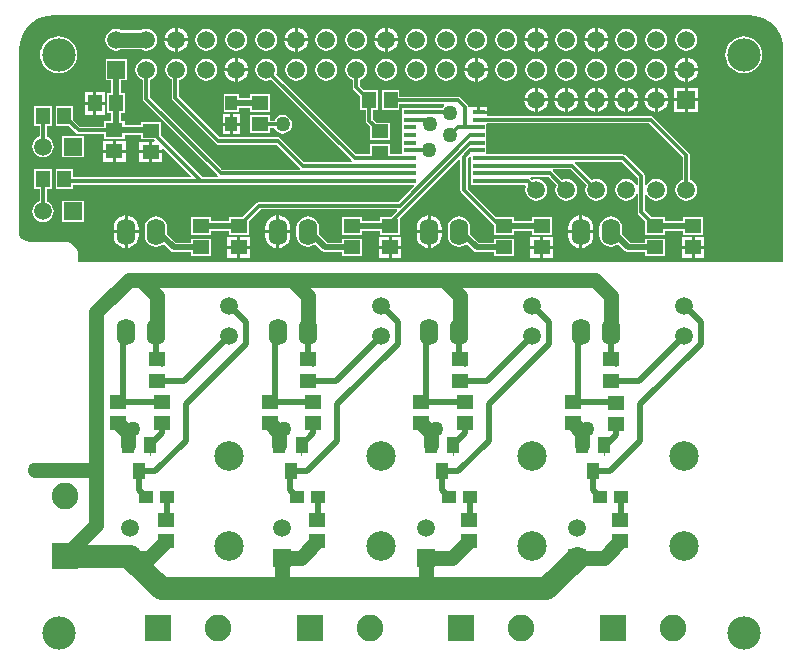
<source format=gtl>
G04 Layer_Physical_Order=1*
G04 Layer_Color=255*
%FSLAX25Y25*%
%MOIN*%
G70*
G01*
G75*
%ADD10R,0.05512X0.04724*%
%ADD11R,0.03900X0.01200*%
%ADD12O,0.06299X0.08858*%
%ADD13R,0.04724X0.05512*%
%ADD14R,0.03937X0.05512*%
%ADD15R,0.03937X0.04724*%
%ADD16R,0.04724X0.03937*%
%ADD17C,0.02000*%
%ADD18C,0.01200*%
%ADD19C,0.05000*%
%ADD20C,0.00000*%
%ADD21C,0.07500*%
%ADD22R,0.05906X0.05906*%
%ADD23C,0.05906*%
%ADD24C,0.05906*%
%ADD25R,0.05906X0.05906*%
%ADD26R,0.05906X0.05906*%
%ADD27C,0.09843*%
%ADD28R,0.08858X0.08858*%
%ADD29C,0.08858*%
%ADD30R,0.08858X0.08858*%
%ADD31C,0.11100*%
%ADD32C,0.05000*%
G36*
X232107Y13046D02*
X233822Y12635D01*
X235451Y11960D01*
X236954Y11039D01*
X238294Y9894D01*
X239439Y8554D01*
X240360Y7051D01*
X241035Y5422D01*
X241446Y3708D01*
X241576Y2061D01*
X241551Y2000D01*
Y-69100D01*
X6549D01*
Y-66900D01*
X6537Y-66870D01*
X6540Y-66850D01*
X6383Y-65662D01*
X5925Y-64555D01*
X5195Y-63605D01*
X4245Y-62875D01*
X3138Y-62417D01*
X2058Y-62275D01*
X2000Y-62251D01*
X-9800D01*
X-9864Y-62277D01*
X-10712Y-62165D01*
X-11514Y-61833D01*
X-12204Y-61304D01*
X-12733Y-60614D01*
X-13065Y-59812D01*
X-13167Y-59040D01*
X-13151Y-59000D01*
Y2000D01*
X-13176Y2061D01*
X-13046Y3708D01*
X-12635Y5422D01*
X-11960Y7051D01*
X-11039Y8554D01*
X-9894Y9894D01*
X-8554Y11039D01*
X-7051Y11960D01*
X-5422Y12635D01*
X-3708Y13046D01*
X-1977Y13183D01*
X-1900Y13151D01*
X230300D01*
X230377Y13183D01*
X232107Y13046D01*
D02*
G37*
%LPC*%
G36*
X22356Y-28881D02*
X19100D01*
Y-31743D01*
X22356D01*
Y-28881D01*
D02*
G37*
G36*
X99200Y-1417D02*
X98273Y-1539D01*
X97408Y-1897D01*
X96666Y-2466D01*
X96097Y-3208D01*
X95739Y-4073D01*
X95617Y-5000D01*
X95739Y-5928D01*
X96097Y-6792D01*
X96666Y-7534D01*
X97408Y-8103D01*
X97976Y-8339D01*
Y-10843D01*
X98070Y-11311D01*
X98335Y-11708D01*
X100594Y-13968D01*
Y-18556D01*
X102333D01*
Y-21913D01*
X102426Y-22382D01*
X102692Y-22779D01*
X103844Y-23931D01*
Y-28519D01*
X110556D01*
Y-22594D01*
X105968D01*
X104780Y-21407D01*
Y-18556D01*
X106519D01*
Y-11844D01*
X101931D01*
X100424Y-10336D01*
Y-8339D01*
X100992Y-8103D01*
X101734Y-7534D01*
X102303Y-6792D01*
X102661Y-5928D01*
X102783Y-5000D01*
X102661Y-4073D01*
X102303Y-3208D01*
X101734Y-2466D01*
X100992Y-1897D01*
X100127Y-1539D01*
X99200Y-1417D01*
D02*
G37*
G36*
X30200Y-28981D02*
X26944D01*
Y-31843D01*
X30200D01*
Y-28981D01*
D02*
G37*
G36*
X18100Y-28881D02*
X14844D01*
Y-31743D01*
X18100D01*
Y-28881D01*
D02*
G37*
G36*
X57100Y-23643D02*
X54632D01*
Y-26506D01*
X57100D01*
Y-23643D01*
D02*
G37*
G36*
X60568Y-19781D02*
X58100D01*
Y-22643D01*
X60568D01*
Y-19781D01*
D02*
G37*
G36*
X74700Y-20073D02*
X73891Y-20180D01*
X73137Y-20492D01*
X72489Y-20989D01*
X71992Y-21637D01*
X71851Y-21976D01*
X70456D01*
Y-20081D01*
X63744D01*
Y-26006D01*
X70456D01*
Y-24423D01*
X71851D01*
X71992Y-24763D01*
X72489Y-25411D01*
X73137Y-25908D01*
X73891Y-26220D01*
X74700Y-26327D01*
X75509Y-26220D01*
X76263Y-25908D01*
X76911Y-25411D01*
X77408Y-24763D01*
X77720Y-24009D01*
X77827Y-23200D01*
X77720Y-22391D01*
X77408Y-21637D01*
X76911Y-20989D01*
X76263Y-20492D01*
X75509Y-20180D01*
X74700Y-20073D01*
D02*
G37*
G36*
X60568Y-23643D02*
X58100D01*
Y-26506D01*
X60568D01*
Y-23643D01*
D02*
G37*
G36*
X57100Y-19781D02*
X54632D01*
Y-22643D01*
X57100D01*
Y-19781D01*
D02*
G37*
G36*
X69200Y-1417D02*
X68273Y-1539D01*
X67408Y-1897D01*
X66666Y-2466D01*
X66097Y-3208D01*
X65739Y-4073D01*
X65617Y-5000D01*
X65739Y-5928D01*
X66097Y-6792D01*
X66666Y-7534D01*
X67408Y-8103D01*
X68273Y-8461D01*
X69200Y-8583D01*
X70127Y-8461D01*
X70696Y-8226D01*
X97744Y-35274D01*
X97733Y-35400D01*
X97577Y-35774D01*
X81804D01*
X73865Y-27835D01*
X73468Y-27570D01*
X73000Y-27477D01*
X53707D01*
X40124Y-13893D01*
Y-8462D01*
X40127Y-8461D01*
X40992Y-8103D01*
X41734Y-7534D01*
X42303Y-6792D01*
X42661Y-5928D01*
X42783Y-5000D01*
X42661Y-4073D01*
X42303Y-3208D01*
X41734Y-2466D01*
X40992Y-1897D01*
X40127Y-1539D01*
X39200Y-1417D01*
X38273Y-1539D01*
X37408Y-1897D01*
X36666Y-2466D01*
X36097Y-3208D01*
X35739Y-4073D01*
X35617Y-5000D01*
X35739Y-5928D01*
X36097Y-6792D01*
X36666Y-7534D01*
X37408Y-8103D01*
X37677Y-8214D01*
Y-14400D01*
X37770Y-14868D01*
X38035Y-15265D01*
X52335Y-29565D01*
X52732Y-29830D01*
X53200Y-29923D01*
X72493D01*
X80403Y-37833D01*
X80392Y-37959D01*
X80237Y-38333D01*
X54563D01*
X30424Y-14193D01*
Y-8339D01*
X30992Y-8103D01*
X31734Y-7534D01*
X32303Y-6792D01*
X32661Y-5928D01*
X32783Y-5000D01*
X32661Y-4073D01*
X32303Y-3208D01*
X31734Y-2466D01*
X30992Y-1897D01*
X30127Y-1539D01*
X29200Y-1417D01*
X28273Y-1539D01*
X27408Y-1897D01*
X26666Y-2466D01*
X26097Y-3208D01*
X25739Y-4073D01*
X25617Y-5000D01*
X25739Y-5928D01*
X26097Y-6792D01*
X26666Y-7534D01*
X27408Y-8103D01*
X27977Y-8339D01*
Y-14700D01*
X28070Y-15168D01*
X28335Y-15565D01*
X53162Y-40392D01*
X53151Y-40518D01*
X52996Y-40892D01*
X48066D01*
X34056Y-26882D01*
Y-22295D01*
X27344D01*
Y-23525D01*
X21956D01*
Y-22195D01*
X20831D01*
Y-19556D01*
X22106D01*
Y-12844D01*
X20831D01*
Y-8553D01*
X22753D01*
Y-1447D01*
X15647D01*
Y-8553D01*
X17569D01*
Y-12844D01*
X16181D01*
Y-19556D01*
X17569D01*
Y-22195D01*
X15244D01*
Y-23933D01*
X7207D01*
X4905Y-21632D01*
Y-17044D01*
X-1019D01*
Y-23756D01*
X3569D01*
X5835Y-26022D01*
X6232Y-26287D01*
X6700Y-26380D01*
X15244D01*
Y-28119D01*
X21956D01*
Y-26788D01*
X27344D01*
Y-28219D01*
X31879D01*
X32115Y-28512D01*
X31910Y-28981D01*
X31200D01*
Y-31843D01*
X34456D01*
Y-31396D01*
X34918Y-31205D01*
X44143Y-40430D01*
X43952Y-40892D01*
X4905D01*
Y-38144D01*
X-1019D01*
Y-44856D01*
X4905D01*
Y-43339D01*
X116913D01*
X117031Y-43316D01*
X118301D01*
X118492Y-43778D01*
X113193Y-49077D01*
X66857D01*
X66388Y-49170D01*
X65992Y-49435D01*
X61232Y-54194D01*
X56644D01*
Y-55525D01*
X50756D01*
Y-54194D01*
X44044D01*
Y-60119D01*
X50756D01*
Y-58788D01*
X56644D01*
Y-60119D01*
X63356D01*
Y-55531D01*
X67364Y-51524D01*
X112638D01*
X112830Y-51986D01*
X110621Y-54194D01*
X107144D01*
Y-55525D01*
X101256D01*
Y-54194D01*
X94544D01*
Y-60119D01*
X101256D01*
Y-58788D01*
X107144D01*
Y-60119D01*
X113856D01*
Y-54420D01*
X133415Y-34861D01*
X133877Y-35053D01*
Y-45100D01*
X133970Y-45568D01*
X134235Y-45965D01*
X145044Y-56774D01*
Y-60119D01*
X151756D01*
Y-58788D01*
X157644D01*
Y-60119D01*
X164356D01*
Y-54194D01*
X157644D01*
Y-55525D01*
X151756D01*
Y-54194D01*
X145925D01*
X136323Y-44593D01*
Y-34498D01*
X136976Y-33846D01*
X137437Y-34037D01*
X137437Y-35639D01*
X137437Y-36139D01*
Y-37857D01*
X137437Y-38198D01*
X137437Y-38698D01*
Y-40416D01*
X137437Y-40757D01*
X137437Y-41257D01*
Y-43316D01*
X139769D01*
X139887Y-43339D01*
X155501D01*
X155841Y-43826D01*
X155739Y-44073D01*
X155617Y-45000D01*
X155739Y-45927D01*
X156097Y-46792D01*
X156666Y-47534D01*
X157408Y-48103D01*
X158273Y-48461D01*
X159200Y-48583D01*
X160127Y-48461D01*
X160992Y-48103D01*
X161734Y-47534D01*
X162303Y-46792D01*
X162661Y-45927D01*
X162783Y-45000D01*
X162661Y-44073D01*
X162303Y-43208D01*
X161734Y-42466D01*
X160992Y-41897D01*
X160127Y-41539D01*
X159200Y-41417D01*
X158273Y-41539D01*
X157704Y-41774D01*
X157211Y-41280D01*
X157221Y-41154D01*
X157377Y-40780D01*
X163250D01*
X165974Y-43504D01*
X165739Y-44073D01*
X165617Y-45000D01*
X165739Y-45927D01*
X166097Y-46792D01*
X166666Y-47534D01*
X167408Y-48103D01*
X168273Y-48461D01*
X169200Y-48583D01*
X170127Y-48461D01*
X170992Y-48103D01*
X171734Y-47534D01*
X172303Y-46792D01*
X172661Y-45927D01*
X172783Y-45000D01*
X172661Y-44073D01*
X172303Y-43208D01*
X171734Y-42466D01*
X170992Y-41897D01*
X170127Y-41539D01*
X169200Y-41417D01*
X168273Y-41539D01*
X167704Y-41774D01*
X164651Y-38721D01*
X164662Y-38595D01*
X164818Y-38221D01*
X170691D01*
X175974Y-43504D01*
X175739Y-44073D01*
X175617Y-45000D01*
X175739Y-45927D01*
X176097Y-46792D01*
X176666Y-47534D01*
X177408Y-48103D01*
X178273Y-48461D01*
X179200Y-48583D01*
X180127Y-48461D01*
X180992Y-48103D01*
X181734Y-47534D01*
X182303Y-46792D01*
X182661Y-45927D01*
X182783Y-45000D01*
X182661Y-44073D01*
X182303Y-43208D01*
X181734Y-42466D01*
X180992Y-41897D01*
X180127Y-41539D01*
X179200Y-41417D01*
X178273Y-41539D01*
X177704Y-41774D01*
X172092Y-36162D01*
X172103Y-36036D01*
X172259Y-35662D01*
X187632D01*
X192976Y-41007D01*
Y-43527D01*
X192476Y-43626D01*
X192303Y-43208D01*
X191734Y-42466D01*
X190992Y-41897D01*
X190127Y-41539D01*
X189200Y-41417D01*
X188273Y-41539D01*
X187408Y-41897D01*
X186666Y-42466D01*
X186097Y-43208D01*
X185739Y-44073D01*
X185617Y-45000D01*
X185739Y-45927D01*
X186097Y-46792D01*
X186666Y-47534D01*
X187408Y-48103D01*
X188273Y-48461D01*
X189200Y-48583D01*
X190127Y-48461D01*
X190992Y-48103D01*
X191734Y-47534D01*
X192303Y-46792D01*
X192476Y-46374D01*
X192976Y-46473D01*
Y-52457D01*
X193070Y-52925D01*
X193335Y-53322D01*
X195544Y-55531D01*
Y-60119D01*
X202256D01*
Y-58788D01*
X208144D01*
Y-60119D01*
X214856D01*
Y-54194D01*
X208144D01*
Y-55525D01*
X202256D01*
Y-54194D01*
X197668D01*
X195423Y-51950D01*
Y-46473D01*
X195923Y-46374D01*
X196097Y-46792D01*
X196666Y-47534D01*
X197408Y-48103D01*
X198273Y-48461D01*
X199200Y-48583D01*
X200127Y-48461D01*
X200992Y-48103D01*
X201734Y-47534D01*
X202303Y-46792D01*
X202661Y-45927D01*
X202783Y-45000D01*
X202661Y-44073D01*
X202303Y-43208D01*
X201734Y-42466D01*
X200992Y-41897D01*
X200127Y-41539D01*
X199200Y-41417D01*
X198273Y-41539D01*
X197408Y-41897D01*
X196666Y-42466D01*
X196097Y-43208D01*
X195923Y-43626D01*
X195423Y-43527D01*
Y-40500D01*
X195330Y-40032D01*
X195065Y-39635D01*
X189004Y-33573D01*
X188607Y-33308D01*
X188139Y-33215D01*
X142981D01*
X142537Y-33079D01*
Y-30680D01*
X142537D01*
Y-30520D01*
X142537D01*
Y-28120D01*
X142537D01*
Y-27961D01*
X142537Y-27961D01*
Y-25902D01*
X142537Y-25561D01*
X142537Y-25061D01*
X142537Y-23002D01*
X142981Y-22867D01*
X196836D01*
X207977Y-34007D01*
Y-41661D01*
X207408Y-41897D01*
X206666Y-42466D01*
X206097Y-43208D01*
X205739Y-44073D01*
X205617Y-45000D01*
X205739Y-45927D01*
X206097Y-46792D01*
X206666Y-47534D01*
X207408Y-48103D01*
X208273Y-48461D01*
X209200Y-48583D01*
X210127Y-48461D01*
X210992Y-48103D01*
X211734Y-47534D01*
X212303Y-46792D01*
X212661Y-45927D01*
X212783Y-45000D01*
X212661Y-44073D01*
X212303Y-43208D01*
X211734Y-42466D01*
X210992Y-41897D01*
X210423Y-41661D01*
Y-33500D01*
X210330Y-33032D01*
X210065Y-32635D01*
X198208Y-20778D01*
X197811Y-20513D01*
X197343Y-20420D01*
X142937D01*
Y-19584D01*
X139987D01*
Y-19084D01*
X139487D01*
Y-17484D01*
X137078Y-17484D01*
X137001Y-17470D01*
X136607Y-17316D01*
X136530Y-16932D01*
X136265Y-16535D01*
X134065Y-14335D01*
X133668Y-14070D01*
X133200Y-13976D01*
X113605D01*
Y-11844D01*
X107681D01*
Y-18556D01*
X113605D01*
Y-16423D01*
X128335D01*
X128505Y-16924D01*
X128289Y-17089D01*
X127792Y-17737D01*
X127741Y-17861D01*
X117013D01*
X116894Y-17884D01*
X114463D01*
Y-20284D01*
X114463Y-20284D01*
Y-20443D01*
X114463Y-20443D01*
Y-22502D01*
X114463Y-22843D01*
X114463Y-23343D01*
Y-25061D01*
X114463Y-25402D01*
X114463Y-25902D01*
Y-27621D01*
X114463Y-27961D01*
X114463Y-28461D01*
Y-30180D01*
X114463Y-30520D01*
X114463Y-31021D01*
X114463Y-33079D01*
X114019Y-33215D01*
X110556D01*
Y-29681D01*
X103844D01*
Y-33215D01*
X99145D01*
X72426Y-6496D01*
X72661Y-5928D01*
X72783Y-5000D01*
X72661Y-4073D01*
X72303Y-3208D01*
X71734Y-2466D01*
X70992Y-1897D01*
X70127Y-1539D01*
X69200Y-1417D01*
D02*
G37*
G36*
X30200Y-32843D02*
X26944D01*
Y-35706D01*
X30200D01*
Y-32843D01*
D02*
G37*
G36*
X-2181Y-38144D02*
X-8106D01*
Y-44856D01*
X-6367D01*
Y-48838D01*
X-6992Y-49097D01*
X-7734Y-49666D01*
X-8303Y-50408D01*
X-8661Y-51273D01*
X-8783Y-52200D01*
X-8661Y-53127D01*
X-8303Y-53992D01*
X-7734Y-54734D01*
X-6992Y-55303D01*
X-6128Y-55661D01*
X-5200Y-55783D01*
X-4273Y-55661D01*
X-3408Y-55303D01*
X-2666Y-54734D01*
X-2097Y-53992D01*
X-1739Y-53127D01*
X-1617Y-52200D01*
X-1739Y-51273D01*
X-2097Y-50408D01*
X-2666Y-49666D01*
X-3408Y-49097D01*
X-3920Y-48885D01*
Y-44856D01*
X-2181D01*
Y-38144D01*
D02*
G37*
G36*
X8353Y-48647D02*
X1247D01*
Y-55753D01*
X8353D01*
Y-48647D01*
D02*
G37*
G36*
X34456Y-32843D02*
X31200D01*
Y-35706D01*
X34456D01*
Y-32843D01*
D02*
G37*
G36*
X-2181Y-17044D02*
X-8106D01*
Y-23756D01*
X-6367D01*
Y-27238D01*
X-6992Y-27497D01*
X-7734Y-28066D01*
X-8303Y-28808D01*
X-8661Y-29673D01*
X-8783Y-30600D01*
X-8661Y-31527D01*
X-8303Y-32392D01*
X-7734Y-33134D01*
X-6992Y-33703D01*
X-6128Y-34061D01*
X-5200Y-34183D01*
X-4273Y-34061D01*
X-3408Y-33703D01*
X-2666Y-33134D01*
X-2097Y-32392D01*
X-1739Y-31527D01*
X-1617Y-30600D01*
X-1739Y-29673D01*
X-2097Y-28808D01*
X-2666Y-28066D01*
X-3408Y-27497D01*
X-3920Y-27285D01*
Y-23756D01*
X-2181D01*
Y-17044D01*
D02*
G37*
G36*
X8353Y-27047D02*
X1247D01*
Y-34153D01*
X8353D01*
Y-27047D01*
D02*
G37*
G36*
X18100Y-32743D02*
X14844D01*
Y-35605D01*
X18100D01*
Y-32743D01*
D02*
G37*
G36*
X22356D02*
X19100D01*
Y-35605D01*
X22356D01*
Y-32743D01*
D02*
G37*
G36*
X193121Y-15500D02*
X189700D01*
Y-18921D01*
X190232Y-18851D01*
X191193Y-18453D01*
X192019Y-17819D01*
X192653Y-16993D01*
X193051Y-16032D01*
X193121Y-15500D01*
D02*
G37*
G36*
X198700D02*
X195279D01*
X195349Y-16032D01*
X195747Y-16993D01*
X196381Y-17819D01*
X197207Y-18453D01*
X198168Y-18851D01*
X198700Y-18921D01*
Y-15500D01*
D02*
G37*
G36*
X183121D02*
X179700D01*
Y-18921D01*
X180232Y-18851D01*
X181193Y-18453D01*
X182019Y-17819D01*
X182653Y-16993D01*
X183051Y-16032D01*
X183121Y-15500D01*
D02*
G37*
G36*
X188700D02*
X185279D01*
X185349Y-16032D01*
X185747Y-16993D01*
X186381Y-17819D01*
X187207Y-18453D01*
X188168Y-18851D01*
X188700Y-18921D01*
Y-15500D01*
D02*
G37*
G36*
X203121D02*
X199700D01*
Y-18921D01*
X200232Y-18851D01*
X201193Y-18453D01*
X202019Y-17819D01*
X202653Y-16993D01*
X203051Y-16032D01*
X203121Y-15500D01*
D02*
G37*
G36*
X15419Y-12444D02*
X12557D01*
Y-15700D01*
X15419D01*
Y-12444D01*
D02*
G37*
G36*
X158700Y-11079D02*
X158168Y-11149D01*
X157207Y-11547D01*
X156381Y-12181D01*
X155747Y-13007D01*
X155349Y-13968D01*
X155279Y-14500D01*
X158700D01*
Y-11079D01*
D02*
G37*
G36*
X140487Y-17484D02*
Y-18584D01*
X142937D01*
Y-17484D01*
X140487D01*
D02*
G37*
G36*
X11557Y-12444D02*
X8694D01*
Y-15700D01*
X11557D01*
Y-12444D01*
D02*
G37*
G36*
X208700Y-15500D02*
X205247D01*
Y-18953D01*
X208700D01*
Y-15500D01*
D02*
G37*
G36*
X213153D02*
X209700D01*
Y-18953D01*
X213153D01*
Y-15500D01*
D02*
G37*
G36*
X11557Y-16700D02*
X8694D01*
Y-19956D01*
X11557D01*
Y-16700D01*
D02*
G37*
G36*
X15419D02*
X12557D01*
Y-19956D01*
X15419D01*
Y-16700D01*
D02*
G37*
G36*
X158700Y-15500D02*
X155279D01*
X155349Y-16032D01*
X155747Y-16993D01*
X156381Y-17819D01*
X157207Y-18453D01*
X158168Y-18851D01*
X158700Y-18921D01*
Y-15500D01*
D02*
G37*
G36*
X173121D02*
X169700D01*
Y-18921D01*
X170232Y-18851D01*
X171193Y-18453D01*
X172019Y-17819D01*
X172653Y-16993D01*
X173051Y-16032D01*
X173121Y-15500D01*
D02*
G37*
G36*
X178700D02*
X175279D01*
X175349Y-16032D01*
X175747Y-16993D01*
X176381Y-17819D01*
X177207Y-18453D01*
X178168Y-18851D01*
X178700Y-18921D01*
Y-15500D01*
D02*
G37*
G36*
X163121D02*
X159700D01*
Y-18921D01*
X160232Y-18851D01*
X161193Y-18453D01*
X162019Y-17819D01*
X162653Y-16993D01*
X163051Y-16032D01*
X163121Y-15500D01*
D02*
G37*
G36*
X168700D02*
X165279D01*
X165349Y-16032D01*
X165747Y-16993D01*
X166381Y-17819D01*
X167207Y-18453D01*
X168168Y-18851D01*
X168700Y-18921D01*
Y-15500D01*
D02*
G37*
G36*
X184000Y-53906D02*
X183021Y-54035D01*
X182109Y-54413D01*
X181326Y-55014D01*
X180725Y-55797D01*
X180347Y-56709D01*
X180218Y-57688D01*
Y-60247D01*
X180347Y-61226D01*
X180725Y-62138D01*
X181326Y-62922D01*
X182109Y-63522D01*
X183021Y-63900D01*
X184000Y-64029D01*
X184979Y-63900D01*
X185891Y-63522D01*
X186471Y-63078D01*
X188790Y-65397D01*
X189319Y-65750D01*
X189943Y-65875D01*
X195544D01*
Y-67206D01*
X202256D01*
Y-61281D01*
X195544D01*
Y-62612D01*
X190619D01*
X187782Y-59775D01*
Y-57688D01*
X187653Y-56709D01*
X187275Y-55797D01*
X186674Y-55014D01*
X185891Y-54413D01*
X184979Y-54035D01*
X184000Y-53906D01*
D02*
G37*
G36*
X22000Y-59468D02*
X18315D01*
Y-60247D01*
X18457Y-61330D01*
X18875Y-62340D01*
X19541Y-63207D01*
X20407Y-63872D01*
X21417Y-64290D01*
X22000Y-64367D01*
Y-59468D01*
D02*
G37*
G36*
X83000Y-53906D02*
X82021Y-54035D01*
X81109Y-54413D01*
X80326Y-55014D01*
X79725Y-55797D01*
X79347Y-56709D01*
X79218Y-57688D01*
Y-60247D01*
X79347Y-61226D01*
X79725Y-62138D01*
X80326Y-62922D01*
X81109Y-63522D01*
X82021Y-63900D01*
X83000Y-64029D01*
X83979Y-63900D01*
X84891Y-63522D01*
X85471Y-63078D01*
X87790Y-65397D01*
X88319Y-65750D01*
X88943Y-65875D01*
X94544D01*
Y-67206D01*
X101256D01*
Y-61281D01*
X94544D01*
Y-62612D01*
X89619D01*
X86782Y-59775D01*
Y-57688D01*
X86653Y-56709D01*
X86275Y-55797D01*
X85674Y-55014D01*
X84891Y-54413D01*
X83979Y-54035D01*
X83000Y-53906D01*
D02*
G37*
G36*
X133500D02*
X132521Y-54035D01*
X131609Y-54413D01*
X130826Y-55014D01*
X130225Y-55797D01*
X129847Y-56709D01*
X129718Y-57688D01*
Y-60247D01*
X129847Y-61226D01*
X130225Y-62138D01*
X130826Y-62922D01*
X131609Y-63522D01*
X132521Y-63900D01*
X133500Y-64029D01*
X134479Y-63900D01*
X135391Y-63522D01*
X135971Y-63078D01*
X138290Y-65397D01*
X138819Y-65750D01*
X139443Y-65875D01*
X145044D01*
Y-67206D01*
X151756D01*
Y-61281D01*
X145044D01*
Y-62612D01*
X140119D01*
X137282Y-59775D01*
Y-57688D01*
X137153Y-56709D01*
X136775Y-55797D01*
X136174Y-55014D01*
X135391Y-54413D01*
X134479Y-54035D01*
X133500Y-53906D01*
D02*
G37*
G36*
X26685Y-59468D02*
X23000D01*
Y-64367D01*
X23583Y-64290D01*
X24593Y-63872D01*
X25460Y-63207D01*
X26125Y-62340D01*
X26543Y-61330D01*
X26685Y-60247D01*
Y-59468D01*
D02*
G37*
G36*
X123000D02*
X119315D01*
Y-60247D01*
X119457Y-61330D01*
X119875Y-62340D01*
X120540Y-63207D01*
X121407Y-63872D01*
X122417Y-64290D01*
X123000Y-64367D01*
Y-59468D01*
D02*
G37*
G36*
X127685D02*
X124000D01*
Y-64367D01*
X124583Y-64290D01*
X125593Y-63872D01*
X126460Y-63207D01*
X127125Y-62340D01*
X127543Y-61330D01*
X127685Y-60247D01*
Y-59468D01*
D02*
G37*
G36*
X72500D02*
X68815D01*
Y-60247D01*
X68957Y-61330D01*
X69375Y-62340D01*
X70041Y-63207D01*
X70907Y-63872D01*
X71917Y-64290D01*
X72500Y-64367D01*
Y-59468D01*
D02*
G37*
G36*
X77185D02*
X73500D01*
Y-64367D01*
X74083Y-64290D01*
X75093Y-63872D01*
X75959Y-63207D01*
X76625Y-62340D01*
X77043Y-61330D01*
X77185Y-60247D01*
Y-59468D01*
D02*
G37*
G36*
X110000Y-64743D02*
X106744D01*
Y-67606D01*
X110000D01*
Y-64743D01*
D02*
G37*
G36*
X114256D02*
X111000D01*
Y-67606D01*
X114256D01*
Y-64743D01*
D02*
G37*
G36*
X59500D02*
X56244D01*
Y-67606D01*
X59500D01*
Y-64743D01*
D02*
G37*
G36*
X63756D02*
X60500D01*
Y-67606D01*
X63756D01*
Y-64743D01*
D02*
G37*
G36*
X160500D02*
X157244D01*
Y-67606D01*
X160500D01*
Y-64743D01*
D02*
G37*
G36*
X215256D02*
X212000D01*
Y-67606D01*
X215256D01*
Y-64743D01*
D02*
G37*
G36*
X32500Y-53906D02*
X31521Y-54035D01*
X30609Y-54413D01*
X29826Y-55014D01*
X29225Y-55797D01*
X28847Y-56709D01*
X28718Y-57688D01*
Y-60247D01*
X28847Y-61226D01*
X29225Y-62138D01*
X29826Y-62922D01*
X30609Y-63522D01*
X31521Y-63900D01*
X32500Y-64029D01*
X33479Y-63900D01*
X34391Y-63522D01*
X34971Y-63078D01*
X37290Y-65397D01*
X37819Y-65750D01*
X38443Y-65875D01*
X44044D01*
Y-67206D01*
X50756D01*
Y-61281D01*
X44044D01*
Y-62612D01*
X39119D01*
X36282Y-59775D01*
Y-57688D01*
X36153Y-56709D01*
X35775Y-55797D01*
X35174Y-55014D01*
X34391Y-54413D01*
X33479Y-54035D01*
X32500Y-53906D01*
D02*
G37*
G36*
X164756Y-64743D02*
X161500D01*
Y-67606D01*
X164756D01*
Y-64743D01*
D02*
G37*
G36*
X211000D02*
X207744D01*
Y-67606D01*
X211000D01*
Y-64743D01*
D02*
G37*
G36*
X23000Y-53569D02*
Y-58468D01*
X26685D01*
Y-57688D01*
X26543Y-56605D01*
X26125Y-55595D01*
X25460Y-54729D01*
X24593Y-54063D01*
X23583Y-53645D01*
X23000Y-53569D01*
D02*
G37*
G36*
X72500D02*
X71917Y-53645D01*
X70907Y-54063D01*
X70041Y-54729D01*
X69375Y-55595D01*
X68957Y-56605D01*
X68815Y-57688D01*
Y-58468D01*
X72500D01*
Y-53569D01*
D02*
G37*
G36*
X215256Y-60881D02*
X212000D01*
Y-63743D01*
X215256D01*
Y-60881D01*
D02*
G37*
G36*
X22000Y-53569D02*
X21417Y-53645D01*
X20407Y-54063D01*
X19541Y-54729D01*
X18875Y-55595D01*
X18457Y-56605D01*
X18315Y-57688D01*
Y-58468D01*
X22000D01*
Y-53569D01*
D02*
G37*
G36*
X73500D02*
Y-58468D01*
X77185D01*
Y-57688D01*
X77043Y-56605D01*
X76625Y-55595D01*
X75959Y-54729D01*
X75093Y-54063D01*
X74083Y-53645D01*
X73500Y-53569D01*
D02*
G37*
G36*
X173500D02*
X172917Y-53645D01*
X171907Y-54063D01*
X171040Y-54729D01*
X170375Y-55595D01*
X169957Y-56605D01*
X169815Y-57688D01*
Y-58468D01*
X173500D01*
Y-53569D01*
D02*
G37*
G36*
X174500D02*
Y-58468D01*
X178185D01*
Y-57688D01*
X178043Y-56605D01*
X177625Y-55595D01*
X176960Y-54729D01*
X176093Y-54063D01*
X175083Y-53645D01*
X174500Y-53569D01*
D02*
G37*
G36*
X123000D02*
X122417Y-53645D01*
X121407Y-54063D01*
X120540Y-54729D01*
X119875Y-55595D01*
X119457Y-56605D01*
X119315Y-57688D01*
Y-58468D01*
X123000D01*
Y-53569D01*
D02*
G37*
G36*
X124000D02*
Y-58468D01*
X127685D01*
Y-57688D01*
X127543Y-56605D01*
X127125Y-55595D01*
X126460Y-54729D01*
X125593Y-54063D01*
X124583Y-53645D01*
X124000Y-53569D01*
D02*
G37*
G36*
X59500Y-60881D02*
X56244D01*
Y-63743D01*
X59500D01*
Y-60881D01*
D02*
G37*
G36*
X63756D02*
X60500D01*
Y-63743D01*
X63756D01*
Y-60881D01*
D02*
G37*
G36*
X173500Y-59468D02*
X169815D01*
Y-60247D01*
X169957Y-61330D01*
X170375Y-62340D01*
X171040Y-63207D01*
X171907Y-63872D01*
X172917Y-64290D01*
X173500Y-64367D01*
Y-59468D01*
D02*
G37*
G36*
X178185D02*
X174500D01*
Y-64367D01*
X175083Y-64290D01*
X176093Y-63872D01*
X176960Y-63207D01*
X177625Y-62340D01*
X178043Y-61330D01*
X178185Y-60247D01*
Y-59468D01*
D02*
G37*
G36*
X110000Y-60881D02*
X106744D01*
Y-63743D01*
X110000D01*
Y-60881D01*
D02*
G37*
G36*
X164756D02*
X161500D01*
Y-63743D01*
X164756D01*
Y-60881D01*
D02*
G37*
G36*
X211000D02*
X207744D01*
Y-63743D01*
X211000D01*
Y-60881D01*
D02*
G37*
G36*
X114256D02*
X111000D01*
Y-63743D01*
X114256D01*
Y-60881D01*
D02*
G37*
G36*
X160500D02*
X157244D01*
Y-63743D01*
X160500D01*
Y-60881D01*
D02*
G37*
G36*
X183121Y4500D02*
X179700D01*
Y1079D01*
X180232Y1149D01*
X181193Y1547D01*
X182019Y2181D01*
X182653Y3007D01*
X183051Y3968D01*
X183121Y4500D01*
D02*
G37*
G36*
X49200Y8583D02*
X48273Y8461D01*
X47408Y8103D01*
X46666Y7534D01*
X46097Y6792D01*
X45739Y5928D01*
X45617Y5000D01*
X45739Y4073D01*
X46097Y3208D01*
X46666Y2466D01*
X47408Y1897D01*
X48273Y1539D01*
X49200Y1417D01*
X50127Y1539D01*
X50992Y1897D01*
X51734Y2466D01*
X52303Y3208D01*
X52661Y4073D01*
X52783Y5000D01*
X52661Y5928D01*
X52303Y6792D01*
X51734Y7534D01*
X50992Y8103D01*
X50127Y8461D01*
X49200Y8583D01*
D02*
G37*
G36*
X163121Y4500D02*
X159700D01*
Y1079D01*
X160232Y1149D01*
X161193Y1547D01*
X162019Y2181D01*
X162653Y3007D01*
X163051Y3968D01*
X163121Y4500D01*
D02*
G37*
G36*
X178700D02*
X175279D01*
X175349Y3968D01*
X175747Y3007D01*
X176381Y2181D01*
X177207Y1547D01*
X178168Y1149D01*
X178700Y1079D01*
Y4500D01*
D02*
G37*
G36*
X59200Y8583D02*
X58273Y8461D01*
X57408Y8103D01*
X56666Y7534D01*
X56097Y6792D01*
X55739Y5928D01*
X55617Y5000D01*
X55739Y4073D01*
X56097Y3208D01*
X56666Y2466D01*
X57408Y1897D01*
X58273Y1539D01*
X59200Y1417D01*
X60127Y1539D01*
X60992Y1897D01*
X61734Y2466D01*
X62303Y3208D01*
X62661Y4073D01*
X62783Y5000D01*
X62661Y5928D01*
X62303Y6792D01*
X61734Y7534D01*
X60992Y8103D01*
X60127Y8461D01*
X59200Y8583D01*
D02*
G37*
G36*
X99200D02*
X98273Y8461D01*
X97408Y8103D01*
X96666Y7534D01*
X96097Y6792D01*
X95739Y5928D01*
X95617Y5000D01*
X95739Y4073D01*
X96097Y3208D01*
X96666Y2466D01*
X97408Y1897D01*
X98273Y1539D01*
X99200Y1417D01*
X100127Y1539D01*
X100992Y1897D01*
X101734Y2466D01*
X102303Y3208D01*
X102661Y4073D01*
X102783Y5000D01*
X102661Y5928D01*
X102303Y6792D01*
X101734Y7534D01*
X100992Y8103D01*
X100127Y8461D01*
X99200Y8583D01*
D02*
G37*
G36*
X119200D02*
X118273Y8461D01*
X117408Y8103D01*
X116666Y7534D01*
X116097Y6792D01*
X115739Y5928D01*
X115617Y5000D01*
X115739Y4073D01*
X116097Y3208D01*
X116666Y2466D01*
X117408Y1897D01*
X118273Y1539D01*
X119200Y1417D01*
X120127Y1539D01*
X120992Y1897D01*
X121734Y2466D01*
X122303Y3208D01*
X122661Y4073D01*
X122783Y5000D01*
X122661Y5928D01*
X122303Y6792D01*
X121734Y7534D01*
X120992Y8103D01*
X120127Y8461D01*
X119200Y8583D01*
D02*
G37*
G36*
X69200D02*
X68273Y8461D01*
X67408Y8103D01*
X66666Y7534D01*
X66097Y6792D01*
X65739Y5928D01*
X65617Y5000D01*
X65739Y4073D01*
X66097Y3208D01*
X66666Y2466D01*
X67408Y1897D01*
X68273Y1539D01*
X69200Y1417D01*
X70127Y1539D01*
X70992Y1897D01*
X71734Y2466D01*
X72303Y3208D01*
X72661Y4073D01*
X72783Y5000D01*
X72661Y5928D01*
X72303Y6792D01*
X71734Y7534D01*
X70992Y8103D01*
X70127Y8461D01*
X69200Y8583D01*
D02*
G37*
G36*
X89200D02*
X88273Y8461D01*
X87408Y8103D01*
X86666Y7534D01*
X86097Y6792D01*
X85739Y5928D01*
X85617Y5000D01*
X85739Y4073D01*
X86097Y3208D01*
X86666Y2466D01*
X87408Y1897D01*
X88273Y1539D01*
X89200Y1417D01*
X90127Y1539D01*
X90992Y1897D01*
X91734Y2466D01*
X92303Y3208D01*
X92661Y4073D01*
X92783Y5000D01*
X92661Y5928D01*
X92303Y6792D01*
X91734Y7534D01*
X90992Y8103D01*
X90127Y8461D01*
X89200Y8583D01*
D02*
G37*
G36*
X38700Y4500D02*
X35279D01*
X35349Y3968D01*
X35747Y3007D01*
X36381Y2181D01*
X37207Y1547D01*
X38168Y1149D01*
X38700Y1079D01*
Y4500D01*
D02*
G37*
G36*
X43121D02*
X39700D01*
Y1079D01*
X40232Y1149D01*
X41193Y1547D01*
X42019Y2181D01*
X42653Y3007D01*
X43051Y3968D01*
X43121Y4500D01*
D02*
G37*
G36*
X208700Y-1079D02*
X208168Y-1149D01*
X207207Y-1547D01*
X206381Y-2181D01*
X205747Y-3007D01*
X205349Y-3968D01*
X205279Y-4500D01*
X208700D01*
Y-1079D01*
D02*
G37*
G36*
X209700D02*
Y-4500D01*
X213121D01*
X213051Y-3968D01*
X212653Y-3007D01*
X212019Y-2181D01*
X211193Y-1547D01*
X210232Y-1149D01*
X209700Y-1079D01*
D02*
G37*
G36*
X78700Y4500D02*
X75279D01*
X75349Y3968D01*
X75747Y3007D01*
X76381Y2181D01*
X77207Y1547D01*
X78168Y1149D01*
X78700Y1079D01*
Y4500D01*
D02*
G37*
G36*
X113121D02*
X109700D01*
Y1079D01*
X110232Y1149D01*
X111193Y1547D01*
X112019Y2181D01*
X112653Y3007D01*
X113051Y3968D01*
X113121Y4500D01*
D02*
G37*
G36*
X158700D02*
X155279D01*
X155349Y3968D01*
X155747Y3007D01*
X156381Y2181D01*
X157207Y1547D01*
X158168Y1149D01*
X158700Y1079D01*
Y4500D01*
D02*
G37*
G36*
X83121D02*
X79700D01*
Y1079D01*
X80232Y1149D01*
X81193Y1547D01*
X82019Y2181D01*
X82653Y3007D01*
X83051Y3968D01*
X83121Y4500D01*
D02*
G37*
G36*
X108700D02*
X105279D01*
X105349Y3968D01*
X105747Y3007D01*
X106381Y2181D01*
X107207Y1547D01*
X108168Y1149D01*
X108700Y1079D01*
Y4500D01*
D02*
G37*
G36*
Y8921D02*
X108168Y8851D01*
X107207Y8453D01*
X106381Y7819D01*
X105747Y6993D01*
X105349Y6032D01*
X105279Y5500D01*
X108700D01*
Y8921D01*
D02*
G37*
G36*
X109700D02*
Y5500D01*
X113121D01*
X113051Y6032D01*
X112653Y6993D01*
X112019Y7819D01*
X111193Y8453D01*
X110232Y8851D01*
X109700Y8921D01*
D02*
G37*
G36*
X78700D02*
X78168Y8851D01*
X77207Y8453D01*
X76381Y7819D01*
X75747Y6993D01*
X75349Y6032D01*
X75279Y5500D01*
X78700D01*
Y8921D01*
D02*
G37*
G36*
X79700D02*
Y5500D01*
X83121D01*
X83051Y6032D01*
X82653Y6993D01*
X82019Y7819D01*
X81193Y8453D01*
X80232Y8851D01*
X79700Y8921D01*
D02*
G37*
G36*
X158700D02*
X158168Y8851D01*
X157207Y8453D01*
X156381Y7819D01*
X155747Y6993D01*
X155349Y6032D01*
X155279Y5500D01*
X158700D01*
Y8921D01*
D02*
G37*
G36*
X179700D02*
Y5500D01*
X183121D01*
X183051Y6032D01*
X182653Y6993D01*
X182019Y7819D01*
X181193Y8453D01*
X180232Y8851D01*
X179700Y8921D01*
D02*
G37*
G36*
X29200Y8583D02*
X28273Y8461D01*
X27465Y8127D01*
X20935D01*
X20127Y8461D01*
X19200Y8583D01*
X18273Y8461D01*
X17408Y8103D01*
X16666Y7534D01*
X16097Y6792D01*
X15739Y5928D01*
X15617Y5000D01*
X15739Y4073D01*
X16097Y3208D01*
X16666Y2466D01*
X17408Y1897D01*
X18273Y1539D01*
X19200Y1417D01*
X20127Y1539D01*
X20935Y1873D01*
X27465D01*
X28273Y1539D01*
X29200Y1417D01*
X30127Y1539D01*
X30992Y1897D01*
X31734Y2466D01*
X32303Y3208D01*
X32661Y4073D01*
X32783Y5000D01*
X32661Y5928D01*
X32303Y6792D01*
X31734Y7534D01*
X30992Y8103D01*
X30127Y8461D01*
X29200Y8583D01*
D02*
G37*
G36*
X159700Y8921D02*
Y5500D01*
X163121D01*
X163051Y6032D01*
X162653Y6993D01*
X162019Y7819D01*
X161193Y8453D01*
X160232Y8851D01*
X159700Y8921D01*
D02*
G37*
G36*
X178700D02*
X178168Y8851D01*
X177207Y8453D01*
X176381Y7819D01*
X175747Y6993D01*
X175349Y6032D01*
X175279Y5500D01*
X178700D01*
Y8921D01*
D02*
G37*
G36*
X149200Y8583D02*
X148273Y8461D01*
X147408Y8103D01*
X146666Y7534D01*
X146097Y6792D01*
X145739Y5928D01*
X145617Y5000D01*
X145739Y4073D01*
X146097Y3208D01*
X146666Y2466D01*
X147408Y1897D01*
X148273Y1539D01*
X149200Y1417D01*
X150127Y1539D01*
X150992Y1897D01*
X151734Y2466D01*
X152303Y3208D01*
X152661Y4073D01*
X152783Y5000D01*
X152661Y5928D01*
X152303Y6792D01*
X151734Y7534D01*
X150992Y8103D01*
X150127Y8461D01*
X149200Y8583D01*
D02*
G37*
G36*
X169200D02*
X168273Y8461D01*
X167408Y8103D01*
X166666Y7534D01*
X166097Y6792D01*
X165739Y5928D01*
X165617Y5000D01*
X165739Y4073D01*
X166097Y3208D01*
X166666Y2466D01*
X167408Y1897D01*
X168273Y1539D01*
X169200Y1417D01*
X170127Y1539D01*
X170992Y1897D01*
X171734Y2466D01*
X172303Y3208D01*
X172661Y4073D01*
X172783Y5000D01*
X172661Y5928D01*
X172303Y6792D01*
X171734Y7534D01*
X170992Y8103D01*
X170127Y8461D01*
X169200Y8583D01*
D02*
G37*
G36*
X129200D02*
X128273Y8461D01*
X127408Y8103D01*
X126666Y7534D01*
X126097Y6792D01*
X125739Y5928D01*
X125617Y5000D01*
X125739Y4073D01*
X126097Y3208D01*
X126666Y2466D01*
X127408Y1897D01*
X128273Y1539D01*
X129200Y1417D01*
X130127Y1539D01*
X130992Y1897D01*
X131734Y2466D01*
X132303Y3208D01*
X132661Y4073D01*
X132783Y5000D01*
X132661Y5928D01*
X132303Y6792D01*
X131734Y7534D01*
X130992Y8103D01*
X130127Y8461D01*
X129200Y8583D01*
D02*
G37*
G36*
X139200D02*
X138273Y8461D01*
X137408Y8103D01*
X136666Y7534D01*
X136097Y6792D01*
X135739Y5928D01*
X135617Y5000D01*
X135739Y4073D01*
X136097Y3208D01*
X136666Y2466D01*
X137408Y1897D01*
X138273Y1539D01*
X139200Y1417D01*
X140127Y1539D01*
X140992Y1897D01*
X141734Y2466D01*
X142303Y3208D01*
X142661Y4073D01*
X142783Y5000D01*
X142661Y5928D01*
X142303Y6792D01*
X141734Y7534D01*
X140992Y8103D01*
X140127Y8461D01*
X139200Y8583D01*
D02*
G37*
G36*
X189200D02*
X188273Y8461D01*
X187408Y8103D01*
X186666Y7534D01*
X186097Y6792D01*
X185739Y5928D01*
X185617Y5000D01*
X185739Y4073D01*
X186097Y3208D01*
X186666Y2466D01*
X187408Y1897D01*
X188273Y1539D01*
X189200Y1417D01*
X190127Y1539D01*
X190992Y1897D01*
X191734Y2466D01*
X192303Y3208D01*
X192661Y4073D01*
X192783Y5000D01*
X192661Y5928D01*
X192303Y6792D01*
X191734Y7534D01*
X190992Y8103D01*
X190127Y8461D01*
X189200Y8583D01*
D02*
G37*
G36*
X38700Y8921D02*
X38168Y8851D01*
X37207Y8453D01*
X36381Y7819D01*
X35747Y6993D01*
X35349Y6032D01*
X35279Y5500D01*
X38700D01*
Y8921D01*
D02*
G37*
G36*
X39700D02*
Y5500D01*
X43121D01*
X43051Y6032D01*
X42653Y6993D01*
X42019Y7819D01*
X41193Y8453D01*
X40232Y8851D01*
X39700Y8921D01*
D02*
G37*
G36*
X199200Y8583D02*
X198273Y8461D01*
X197408Y8103D01*
X196666Y7534D01*
X196097Y6792D01*
X195739Y5928D01*
X195617Y5000D01*
X195739Y4073D01*
X196097Y3208D01*
X196666Y2466D01*
X197408Y1897D01*
X198273Y1539D01*
X199200Y1417D01*
X200127Y1539D01*
X200992Y1897D01*
X201734Y2466D01*
X202303Y3208D01*
X202661Y4073D01*
X202783Y5000D01*
X202661Y5928D01*
X202303Y6792D01*
X201734Y7534D01*
X200992Y8103D01*
X200127Y8461D01*
X199200Y8583D01*
D02*
G37*
G36*
X209200D02*
X208273Y8461D01*
X207408Y8103D01*
X206666Y7534D01*
X206097Y6792D01*
X205739Y5928D01*
X205617Y5000D01*
X205739Y4073D01*
X206097Y3208D01*
X206666Y2466D01*
X207408Y1897D01*
X208273Y1539D01*
X209200Y1417D01*
X210127Y1539D01*
X210992Y1897D01*
X211734Y2466D01*
X212303Y3208D01*
X212661Y4073D01*
X212783Y5000D01*
X212661Y5928D01*
X212303Y6792D01*
X211734Y7534D01*
X210992Y8103D01*
X210127Y8461D01*
X209200Y8583D01*
D02*
G37*
G36*
X70456Y-12994D02*
X63744D01*
Y-14325D01*
X60168D01*
Y-13094D01*
X55032D01*
Y-19019D01*
X60168D01*
Y-17588D01*
X63744D01*
Y-18919D01*
X70456D01*
Y-12994D01*
D02*
G37*
G36*
X58700Y-5500D02*
X55279D01*
X55349Y-6032D01*
X55747Y-6993D01*
X56381Y-7819D01*
X57207Y-8453D01*
X58168Y-8851D01*
X58700Y-8921D01*
Y-5500D01*
D02*
G37*
G36*
X208700Y-11047D02*
X205247D01*
Y-14500D01*
X208700D01*
Y-11047D01*
D02*
G37*
G36*
X213153D02*
X209700D01*
Y-14500D01*
X213153D01*
Y-11047D01*
D02*
G37*
G36*
X63121Y-5500D02*
X59700D01*
Y-8921D01*
X60232Y-8851D01*
X61193Y-8453D01*
X62019Y-7819D01*
X62653Y-6993D01*
X63051Y-6032D01*
X63121Y-5500D01*
D02*
G37*
G36*
X208700D02*
X205279D01*
X205349Y-6032D01*
X205747Y-6993D01*
X206381Y-7819D01*
X207207Y-8453D01*
X208168Y-8851D01*
X208700Y-8921D01*
Y-5500D01*
D02*
G37*
G36*
X213121D02*
X209700D01*
Y-8921D01*
X210232Y-8851D01*
X211193Y-8453D01*
X212019Y-7819D01*
X212653Y-6993D01*
X213051Y-6032D01*
X213121Y-5500D01*
D02*
G37*
G36*
X138700D02*
X135279D01*
X135349Y-6032D01*
X135747Y-6993D01*
X136381Y-7819D01*
X137207Y-8453D01*
X138168Y-8851D01*
X138700Y-8921D01*
Y-5500D01*
D02*
G37*
G36*
X143121D02*
X139700D01*
Y-8921D01*
X140232Y-8851D01*
X141193Y-8453D01*
X142019Y-7819D01*
X142653Y-6993D01*
X143051Y-6032D01*
X143121Y-5500D01*
D02*
G37*
G36*
X169700Y-11079D02*
Y-14500D01*
X173121D01*
X173051Y-13968D01*
X172653Y-13007D01*
X172019Y-12181D01*
X171193Y-11547D01*
X170232Y-11149D01*
X169700Y-11079D01*
D02*
G37*
G36*
X178700D02*
X178168Y-11149D01*
X177207Y-11547D01*
X176381Y-12181D01*
X175747Y-13007D01*
X175349Y-13968D01*
X175279Y-14500D01*
X178700D01*
Y-11079D01*
D02*
G37*
G36*
X159700D02*
Y-14500D01*
X163121D01*
X163051Y-13968D01*
X162653Y-13007D01*
X162019Y-12181D01*
X161193Y-11547D01*
X160232Y-11149D01*
X159700Y-11079D01*
D02*
G37*
G36*
X168700D02*
X168168Y-11149D01*
X167207Y-11547D01*
X166381Y-12181D01*
X165747Y-13007D01*
X165349Y-13968D01*
X165279Y-14500D01*
X168700D01*
Y-11079D01*
D02*
G37*
G36*
X179700D02*
Y-14500D01*
X183121D01*
X183051Y-13968D01*
X182653Y-13007D01*
X182019Y-12181D01*
X181193Y-11547D01*
X180232Y-11149D01*
X179700Y-11079D01*
D02*
G37*
G36*
X198700D02*
X198168Y-11149D01*
X197207Y-11547D01*
X196381Y-12181D01*
X195747Y-13007D01*
X195349Y-13968D01*
X195279Y-14500D01*
X198700D01*
Y-11079D01*
D02*
G37*
G36*
X199700D02*
Y-14500D01*
X203121D01*
X203051Y-13968D01*
X202653Y-13007D01*
X202019Y-12181D01*
X201193Y-11547D01*
X200232Y-11149D01*
X199700Y-11079D01*
D02*
G37*
G36*
X188700D02*
X188168Y-11149D01*
X187207Y-11547D01*
X186381Y-12181D01*
X185747Y-13007D01*
X185349Y-13968D01*
X185279Y-14500D01*
X188700D01*
Y-11079D01*
D02*
G37*
G36*
X189700D02*
Y-14500D01*
X193121D01*
X193051Y-13968D01*
X192653Y-13007D01*
X192019Y-12181D01*
X191193Y-11547D01*
X190232Y-11149D01*
X189700Y-11079D01*
D02*
G37*
G36*
X199200Y-1417D02*
X198273Y-1539D01*
X197408Y-1897D01*
X196666Y-2466D01*
X196097Y-3208D01*
X195739Y-4073D01*
X195617Y-5000D01*
X195739Y-5928D01*
X196097Y-6792D01*
X196666Y-7534D01*
X197408Y-8103D01*
X198273Y-8461D01*
X199200Y-8583D01*
X200127Y-8461D01*
X200992Y-8103D01*
X201734Y-7534D01*
X202303Y-6792D01*
X202661Y-5928D01*
X202783Y-5000D01*
X202661Y-4073D01*
X202303Y-3208D01*
X201734Y-2466D01*
X200992Y-1897D01*
X200127Y-1539D01*
X199200Y-1417D01*
D02*
G37*
G36*
X0Y6180D02*
X-1206Y6061D01*
X-2365Y5709D01*
X-3433Y5138D01*
X-4370Y4370D01*
X-5138Y3433D01*
X-5709Y2365D01*
X-6061Y1206D01*
X-6180Y0D01*
X-6061Y-1206D01*
X-5709Y-2365D01*
X-5138Y-3433D01*
X-4370Y-4370D01*
X-3433Y-5138D01*
X-2365Y-5709D01*
X-1206Y-6061D01*
X0Y-6180D01*
X1206Y-6061D01*
X2365Y-5709D01*
X3433Y-5138D01*
X4370Y-4370D01*
X5138Y-3433D01*
X5709Y-2365D01*
X6061Y-1206D01*
X6180Y0D01*
X6061Y1206D01*
X5709Y2365D01*
X5138Y3433D01*
X4370Y4370D01*
X3433Y5138D01*
X2365Y5709D01*
X1206Y6061D01*
X0Y6180D01*
D02*
G37*
G36*
X179200Y-1417D02*
X178273Y-1539D01*
X177408Y-1897D01*
X176666Y-2466D01*
X176097Y-3208D01*
X175739Y-4073D01*
X175617Y-5000D01*
X175739Y-5928D01*
X176097Y-6792D01*
X176666Y-7534D01*
X177408Y-8103D01*
X178273Y-8461D01*
X179200Y-8583D01*
X180127Y-8461D01*
X180992Y-8103D01*
X181734Y-7534D01*
X182303Y-6792D01*
X182661Y-5928D01*
X182783Y-5000D01*
X182661Y-4073D01*
X182303Y-3208D01*
X181734Y-2466D01*
X180992Y-1897D01*
X180127Y-1539D01*
X179200Y-1417D01*
D02*
G37*
G36*
X189200D02*
X188273Y-1539D01*
X187408Y-1897D01*
X186666Y-2466D01*
X186097Y-3208D01*
X185739Y-4073D01*
X185617Y-5000D01*
X185739Y-5928D01*
X186097Y-6792D01*
X186666Y-7534D01*
X187408Y-8103D01*
X188273Y-8461D01*
X189200Y-8583D01*
X190127Y-8461D01*
X190992Y-8103D01*
X191734Y-7534D01*
X192303Y-6792D01*
X192661Y-5928D01*
X192783Y-5000D01*
X192661Y-4073D01*
X192303Y-3208D01*
X191734Y-2466D01*
X190992Y-1897D01*
X190127Y-1539D01*
X189200Y-1417D01*
D02*
G37*
G36*
X228400Y6180D02*
X227194Y6061D01*
X226035Y5709D01*
X224967Y5138D01*
X224030Y4370D01*
X223262Y3433D01*
X222691Y2365D01*
X222339Y1206D01*
X222220Y0D01*
X222339Y-1206D01*
X222691Y-2365D01*
X223262Y-3433D01*
X224030Y-4370D01*
X224967Y-5138D01*
X226035Y-5709D01*
X227194Y-6061D01*
X228400Y-6180D01*
X229606Y-6061D01*
X230765Y-5709D01*
X231833Y-5138D01*
X232770Y-4370D01*
X233538Y-3433D01*
X234109Y-2365D01*
X234461Y-1206D01*
X234580Y0D01*
X234461Y1206D01*
X234109Y2365D01*
X233538Y3433D01*
X232770Y4370D01*
X231833Y5138D01*
X230765Y5709D01*
X229606Y6061D01*
X228400Y6180D01*
D02*
G37*
G36*
X138700Y-1079D02*
X138168Y-1149D01*
X137207Y-1547D01*
X136381Y-2181D01*
X135747Y-3007D01*
X135349Y-3968D01*
X135279Y-4500D01*
X138700D01*
Y-1079D01*
D02*
G37*
G36*
X139700D02*
Y-4500D01*
X143121D01*
X143051Y-3968D01*
X142653Y-3007D01*
X142019Y-2181D01*
X141193Y-1547D01*
X140232Y-1149D01*
X139700Y-1079D01*
D02*
G37*
G36*
X58700D02*
X58168Y-1149D01*
X57207Y-1547D01*
X56381Y-2181D01*
X55747Y-3007D01*
X55349Y-3968D01*
X55279Y-4500D01*
X58700D01*
Y-1079D01*
D02*
G37*
G36*
X59700D02*
Y-4500D01*
X63121D01*
X63051Y-3968D01*
X62653Y-3007D01*
X62019Y-2181D01*
X61193Y-1547D01*
X60232Y-1149D01*
X59700Y-1079D01*
D02*
G37*
G36*
X89200Y-1417D02*
X88273Y-1539D01*
X87408Y-1897D01*
X86666Y-2466D01*
X86097Y-3208D01*
X85739Y-4073D01*
X85617Y-5000D01*
X85739Y-5928D01*
X86097Y-6792D01*
X86666Y-7534D01*
X87408Y-8103D01*
X88273Y-8461D01*
X89200Y-8583D01*
X90127Y-8461D01*
X90992Y-8103D01*
X91734Y-7534D01*
X92303Y-6792D01*
X92661Y-5928D01*
X92783Y-5000D01*
X92661Y-4073D01*
X92303Y-3208D01*
X91734Y-2466D01*
X90992Y-1897D01*
X90127Y-1539D01*
X89200Y-1417D01*
D02*
G37*
G36*
X109200D02*
X108273Y-1539D01*
X107408Y-1897D01*
X106666Y-2466D01*
X106097Y-3208D01*
X105739Y-4073D01*
X105617Y-5000D01*
X105739Y-5928D01*
X106097Y-6792D01*
X106666Y-7534D01*
X107408Y-8103D01*
X108273Y-8461D01*
X109200Y-8583D01*
X110127Y-8461D01*
X110992Y-8103D01*
X111734Y-7534D01*
X112303Y-6792D01*
X112661Y-5928D01*
X112783Y-5000D01*
X112661Y-4073D01*
X112303Y-3208D01*
X111734Y-2466D01*
X110992Y-1897D01*
X110127Y-1539D01*
X109200Y-1417D01*
D02*
G37*
G36*
X49200D02*
X48273Y-1539D01*
X47408Y-1897D01*
X46666Y-2466D01*
X46097Y-3208D01*
X45739Y-4073D01*
X45617Y-5000D01*
X45739Y-5928D01*
X46097Y-6792D01*
X46666Y-7534D01*
X47408Y-8103D01*
X48273Y-8461D01*
X49200Y-8583D01*
X50127Y-8461D01*
X50992Y-8103D01*
X51734Y-7534D01*
X52303Y-6792D01*
X52661Y-5928D01*
X52783Y-5000D01*
X52661Y-4073D01*
X52303Y-3208D01*
X51734Y-2466D01*
X50992Y-1897D01*
X50127Y-1539D01*
X49200Y-1417D01*
D02*
G37*
G36*
X79200D02*
X78273Y-1539D01*
X77408Y-1897D01*
X76666Y-2466D01*
X76097Y-3208D01*
X75739Y-4073D01*
X75617Y-5000D01*
X75739Y-5928D01*
X76097Y-6792D01*
X76666Y-7534D01*
X77408Y-8103D01*
X78273Y-8461D01*
X79200Y-8583D01*
X80127Y-8461D01*
X80992Y-8103D01*
X81734Y-7534D01*
X82303Y-6792D01*
X82661Y-5928D01*
X82783Y-5000D01*
X82661Y-4073D01*
X82303Y-3208D01*
X81734Y-2466D01*
X80992Y-1897D01*
X80127Y-1539D01*
X79200Y-1417D01*
D02*
G37*
G36*
X119200D02*
X118273Y-1539D01*
X117408Y-1897D01*
X116666Y-2466D01*
X116097Y-3208D01*
X115739Y-4073D01*
X115617Y-5000D01*
X115739Y-5928D01*
X116097Y-6792D01*
X116666Y-7534D01*
X117408Y-8103D01*
X118273Y-8461D01*
X119200Y-8583D01*
X120127Y-8461D01*
X120992Y-8103D01*
X121734Y-7534D01*
X122303Y-6792D01*
X122661Y-5928D01*
X122783Y-5000D01*
X122661Y-4073D01*
X122303Y-3208D01*
X121734Y-2466D01*
X120992Y-1897D01*
X120127Y-1539D01*
X119200Y-1417D01*
D02*
G37*
G36*
X159200D02*
X158273Y-1539D01*
X157408Y-1897D01*
X156666Y-2466D01*
X156097Y-3208D01*
X155739Y-4073D01*
X155617Y-5000D01*
X155739Y-5928D01*
X156097Y-6792D01*
X156666Y-7534D01*
X157408Y-8103D01*
X158273Y-8461D01*
X159200Y-8583D01*
X160127Y-8461D01*
X160992Y-8103D01*
X161734Y-7534D01*
X162303Y-6792D01*
X162661Y-5928D01*
X162783Y-5000D01*
X162661Y-4073D01*
X162303Y-3208D01*
X161734Y-2466D01*
X160992Y-1897D01*
X160127Y-1539D01*
X159200Y-1417D01*
D02*
G37*
G36*
X169200D02*
X168273Y-1539D01*
X167408Y-1897D01*
X166666Y-2466D01*
X166097Y-3208D01*
X165739Y-4073D01*
X165617Y-5000D01*
X165739Y-5928D01*
X166097Y-6792D01*
X166666Y-7534D01*
X167408Y-8103D01*
X168273Y-8461D01*
X169200Y-8583D01*
X170127Y-8461D01*
X170992Y-8103D01*
X171734Y-7534D01*
X172303Y-6792D01*
X172661Y-5928D01*
X172783Y-5000D01*
X172661Y-4073D01*
X172303Y-3208D01*
X171734Y-2466D01*
X170992Y-1897D01*
X170127Y-1539D01*
X169200Y-1417D01*
D02*
G37*
G36*
X129200D02*
X128273Y-1539D01*
X127408Y-1897D01*
X126666Y-2466D01*
X126097Y-3208D01*
X125739Y-4073D01*
X125617Y-5000D01*
X125739Y-5928D01*
X126097Y-6792D01*
X126666Y-7534D01*
X127408Y-8103D01*
X128273Y-8461D01*
X129200Y-8583D01*
X130127Y-8461D01*
X130992Y-8103D01*
X131734Y-7534D01*
X132303Y-6792D01*
X132661Y-5928D01*
X132783Y-5000D01*
X132661Y-4073D01*
X132303Y-3208D01*
X131734Y-2466D01*
X130992Y-1897D01*
X130127Y-1539D01*
X129200Y-1417D01*
D02*
G37*
G36*
X149200D02*
X148273Y-1539D01*
X147408Y-1897D01*
X146666Y-2466D01*
X146097Y-3208D01*
X145739Y-4073D01*
X145617Y-5000D01*
X145739Y-5928D01*
X146097Y-6792D01*
X146666Y-7534D01*
X147408Y-8103D01*
X148273Y-8461D01*
X149200Y-8583D01*
X150127Y-8461D01*
X150992Y-8103D01*
X151734Y-7534D01*
X152303Y-6792D01*
X152661Y-5928D01*
X152783Y-5000D01*
X152661Y-4073D01*
X152303Y-3208D01*
X151734Y-2466D01*
X150992Y-1897D01*
X150127Y-1539D01*
X149200Y-1417D01*
D02*
G37*
%LPD*%
D10*
X30700Y-32343D02*
D03*
Y-25257D02*
D03*
X67100Y-23043D02*
D03*
Y-15957D02*
D03*
X107200Y-25557D02*
D03*
Y-32643D02*
D03*
X171300Y-115757D02*
D03*
Y-122843D02*
D03*
X120800Y-115757D02*
D03*
Y-122843D02*
D03*
X70300Y-115757D02*
D03*
Y-122843D02*
D03*
X19800Y-115757D02*
D03*
Y-122843D02*
D03*
X211500Y-57157D02*
D03*
Y-64243D02*
D03*
X161000Y-57157D02*
D03*
Y-64243D02*
D03*
X110500Y-57157D02*
D03*
Y-64243D02*
D03*
X60000Y-57157D02*
D03*
Y-64243D02*
D03*
X185800Y-116157D02*
D03*
Y-123243D02*
D03*
X135300Y-115657D02*
D03*
Y-122743D02*
D03*
X84800Y-115657D02*
D03*
Y-122743D02*
D03*
X34300Y-115657D02*
D03*
Y-122743D02*
D03*
X198900Y-57157D02*
D03*
Y-64243D02*
D03*
X148400Y-57157D02*
D03*
Y-64243D02*
D03*
X97900Y-57157D02*
D03*
Y-64243D02*
D03*
X47400Y-57157D02*
D03*
Y-64243D02*
D03*
X187200Y-162043D02*
D03*
Y-154957D02*
D03*
X136700Y-162043D02*
D03*
Y-154957D02*
D03*
X86200Y-162043D02*
D03*
Y-154957D02*
D03*
X35700Y-162043D02*
D03*
Y-154957D02*
D03*
X184000Y-101557D02*
D03*
Y-108643D02*
D03*
X133700Y-101557D02*
D03*
Y-108643D02*
D03*
X83200Y-101557D02*
D03*
Y-108643D02*
D03*
X32700Y-101557D02*
D03*
Y-108643D02*
D03*
X18600Y-32243D02*
D03*
Y-25157D02*
D03*
D11*
X139987Y-42116D02*
D03*
Y-39557D02*
D03*
Y-36998D02*
D03*
Y-34439D02*
D03*
Y-31879D02*
D03*
Y-29320D02*
D03*
Y-26761D02*
D03*
Y-24202D02*
D03*
Y-21643D02*
D03*
Y-19084D02*
D03*
X117013D02*
D03*
Y-21643D02*
D03*
Y-24202D02*
D03*
Y-26761D02*
D03*
Y-29320D02*
D03*
Y-31879D02*
D03*
Y-34439D02*
D03*
Y-36998D02*
D03*
Y-39557D02*
D03*
Y-42116D02*
D03*
D12*
X184000Y-58968D02*
D03*
X174000D02*
D03*
Y-92432D02*
D03*
X184000D02*
D03*
X133500Y-58968D02*
D03*
X123500D02*
D03*
Y-92432D02*
D03*
X133500D02*
D03*
X83000Y-58968D02*
D03*
X73000D02*
D03*
Y-92432D02*
D03*
X83000D02*
D03*
X32500Y-58968D02*
D03*
X22500D02*
D03*
Y-92432D02*
D03*
X32500D02*
D03*
D13*
X1943Y-20400D02*
D03*
X-5143D02*
D03*
X1943Y-41500D02*
D03*
X-5143D02*
D03*
X103557Y-15200D02*
D03*
X110643D02*
D03*
X12057Y-16200D02*
D03*
X19143D02*
D03*
D14*
X178200Y-138631D02*
D03*
X174460Y-129969D02*
D03*
X181940D02*
D03*
X127700Y-138631D02*
D03*
X123960Y-129969D02*
D03*
X131440D02*
D03*
X77300Y-138631D02*
D03*
X73560Y-129969D02*
D03*
X81040D02*
D03*
X26700Y-138631D02*
D03*
X22960Y-129969D02*
D03*
X30440D02*
D03*
D15*
X57600Y-23143D02*
D03*
Y-16057D02*
D03*
D16*
X180457Y-147500D02*
D03*
X187543D02*
D03*
X129957D02*
D03*
X137043D02*
D03*
X79457D02*
D03*
X86543D02*
D03*
X28957D02*
D03*
X36043D02*
D03*
D17*
X57600Y-16057D02*
X57700Y-15957D01*
X67100D01*
X123421Y-31879D02*
X123500Y-31800D01*
X97900Y-57157D02*
X110500D01*
X88943Y-64243D02*
X97900D01*
X83668Y-58968D02*
X88943Y-64243D01*
X83000Y-58968D02*
X83668D01*
X83000Y-94332D02*
X84800Y-92532D01*
X83000Y-101657D02*
Y-94332D01*
X107700Y-83800D02*
X113000Y-89100D01*
Y-96300D02*
Y-89100D01*
X92800Y-116500D02*
X113000Y-96300D01*
X72057Y-95276D02*
X74800Y-92532D01*
X77200Y-145243D02*
Y-138800D01*
X82700D01*
X92800Y-128700D01*
Y-116500D01*
X77200Y-145243D02*
X79457Y-147500D01*
X86543Y-154613D02*
Y-147500D01*
X86200Y-154957D02*
X86543Y-154613D01*
X136700Y-154957D02*
X137043Y-154613D01*
Y-147500D01*
X127700Y-145243D02*
X129957Y-147500D01*
X127700Y-145243D02*
Y-138800D01*
X133200D01*
X143300Y-128700D01*
Y-116500D01*
X163500Y-96300D01*
Y-89100D01*
X158200Y-83800D02*
X163500Y-89100D01*
X133500Y-101657D02*
Y-94332D01*
X135300Y-92532D01*
X148400Y-57157D02*
X161000D01*
X133500Y-58968D02*
X134168D01*
X139443Y-64243D01*
X148400D01*
X122557Y-95276D02*
X125300Y-92532D01*
X187200Y-154957D02*
X187543Y-154613D01*
Y-147500D01*
X178200Y-145243D02*
X180457Y-147500D01*
X178200Y-145243D02*
Y-138800D01*
X183700D01*
X193800Y-128700D01*
Y-116500D01*
X214000Y-96300D01*
Y-89100D01*
X208700Y-83800D02*
X214000Y-89100D01*
X184000Y-101657D02*
Y-94332D01*
X185800Y-92532D01*
X198900Y-57157D02*
X211500D01*
X184000Y-58968D02*
X184668D01*
X189943Y-64243D01*
X198900D01*
X173057Y-95276D02*
X175800Y-92532D01*
X35700Y-154957D02*
X36043Y-154613D01*
Y-147500D01*
X26700Y-145243D02*
X28957Y-147500D01*
X26700Y-145243D02*
Y-138800D01*
X32200D01*
X42300Y-128700D01*
Y-116500D01*
X62500Y-96300D01*
Y-89100D01*
X57200Y-83800D02*
X62500Y-89100D01*
X32500Y-94332D02*
X34300Y-92532D01*
X32500Y-101657D02*
Y-94332D01*
X47400Y-57157D02*
X60000D01*
X32500Y-58968D02*
X33168D01*
X38443Y-64243D01*
X47400D01*
X21557Y-95276D02*
X24300Y-92532D01*
X142857Y-108643D02*
X157800Y-93700D01*
X133700Y-108643D02*
X142857D01*
X158050Y-93950D02*
X158200Y-93800D01*
X193300Y-108700D02*
X208300Y-93700D01*
X208550Y-93950D02*
X208700Y-93800D01*
X184000Y-108700D02*
X193300D01*
X92357Y-108643D02*
X107300Y-93700D01*
X83200Y-108643D02*
X92357D01*
X107550Y-93950D02*
X107700Y-93800D01*
X41857Y-108643D02*
X56800Y-93700D01*
X32700Y-108643D02*
X41857D01*
X57050Y-93950D02*
X57200Y-93800D01*
X34200Y-115757D02*
X34300Y-115657D01*
X19800Y-115757D02*
X21557D01*
X34200D01*
X21557Y-117200D02*
Y-115757D01*
Y-95276D01*
X84700Y-115757D02*
X84800Y-115657D01*
X70300Y-115757D02*
X72057D01*
X84700D01*
X72057Y-117200D02*
Y-115757D01*
Y-95276D01*
X135200Y-115757D02*
X135300Y-115657D01*
X120800Y-115757D02*
X122557D01*
X135200D01*
X122557Y-117200D02*
Y-115757D01*
Y-95276D01*
X185400Y-115757D02*
X185800Y-116157D01*
X171300Y-115757D02*
X173057D01*
X185400D01*
X173057Y-117200D02*
Y-115757D01*
Y-95276D01*
X34300Y-126109D02*
Y-122743D01*
X84800Y-126209D02*
Y-122743D01*
X81040Y-129969D02*
X84800Y-126209D01*
X80940Y-130760D02*
X81385Y-130315D01*
X135300Y-126109D02*
Y-122743D01*
X131440Y-129969D02*
X135300Y-126109D01*
X131440Y-130760D02*
X131835Y-130365D01*
X185800Y-126900D02*
Y-123243D01*
Y-122743D01*
X181940Y-130760D02*
X185800Y-126900D01*
X30440Y-129969D02*
X34300Y-126109D01*
X30600Y-25157D02*
X30700Y-25257D01*
X18600Y-25157D02*
X19200Y-24557D01*
X18600Y-25157D02*
X30600D01*
X19200Y-24557D02*
Y-5000D01*
D18*
X67100Y-23043D02*
X67257Y-23200D01*
X74700D01*
X130600Y-26700D02*
X133098Y-24202D01*
X113700Y-50300D02*
X137239Y-26761D01*
X110044Y-56501D02*
X137225Y-29320D01*
X135100Y-45100D02*
Y-33991D01*
X137212Y-31879D01*
X139887D01*
X123800Y-23000D02*
Y-21937D01*
X117013Y-19084D02*
X130284D01*
X130500Y-19300D01*
X110643Y-15200D02*
X133200D01*
X135400Y-17400D01*
X66857Y-50300D02*
X113700D01*
X135400Y-24202D02*
Y-17400D01*
X29200Y-14700D02*
X54057Y-39557D01*
X38900Y-14400D02*
X53200Y-28700D01*
X69200Y-5000D02*
X98639Y-34439D01*
X53200Y-28700D02*
X73000D01*
X81298Y-36998D01*
X133098Y-24202D02*
X135400D01*
X139887D01*
X116913Y-21643D02*
X123507D01*
X123800Y-21937D01*
X137225Y-29320D02*
X139887D01*
X103557Y-21913D02*
X107200Y-25557D01*
X103557Y-21913D02*
Y-15200D01*
X99200Y-10843D02*
X103557Y-15200D01*
X99200Y-10843D02*
Y-5000D01*
X81298Y-36998D02*
X116913D01*
X38900Y-14400D02*
Y-5300D01*
X54057Y-39557D02*
X116913D01*
X29200Y-14700D02*
Y-5000D01*
X117013Y-31879D02*
X123421D01*
X194200Y-52457D02*
Y-40500D01*
X135100Y-45100D02*
X147157Y-57157D01*
X83000Y-101657D02*
X84800Y-103457D01*
X60000Y-57157D02*
X66857Y-50300D01*
X137239Y-26761D02*
X139887D01*
X209200Y-45000D02*
Y-33500D01*
X197343Y-21643D02*
X209200Y-33500D01*
X139887Y-21643D02*
X197343D01*
X188139Y-34439D02*
X194200Y-40500D01*
X139887Y-34439D02*
X188139D01*
X171198Y-36998D02*
X179200Y-45000D01*
X139887Y-36998D02*
X171198D01*
X163757Y-39557D02*
X169200Y-45000D01*
X139887Y-39557D02*
X163757D01*
X156316Y-42116D02*
X159200Y-45000D01*
X139887Y-42116D02*
X156316D01*
X98639Y-34439D02*
X116913D01*
X133500Y-101657D02*
X135300Y-103457D01*
X184000Y-101657D02*
X185800Y-103457D01*
X32500Y-101657D02*
X34300Y-103457D01*
X194200Y-52457D02*
X198900Y-57157D01*
X2559Y-42116D02*
X116913D01*
X-5143Y-30543D02*
Y-20400D01*
X-5200Y-30600D02*
X-5143Y-30543D01*
Y-52143D02*
Y-41500D01*
X-5200Y-52200D02*
X-5143Y-52143D01*
X1943Y-20400D02*
X6700Y-25157D01*
X18600D01*
X30700Y-25257D02*
X47472Y-42028D01*
X1943Y-41500D02*
X2559Y-42116D01*
D19*
X19200Y5000D02*
X29200D01*
X23400Y-75000D02*
X178800D01*
X83200Y-92232D02*
Y-80400D01*
X77800Y-75000D02*
X83200Y-80400D01*
X83000Y-92432D02*
X83200Y-92232D01*
X12500Y-85900D02*
X23400Y-75000D01*
X80643Y-167600D02*
X86200Y-162043D01*
X122400Y-167600D02*
X131143D01*
X136700Y-162043D01*
X133500Y-92432D02*
X133700Y-92232D01*
X128300Y-75000D02*
X133700Y-80400D01*
Y-92232D02*
Y-80400D01*
X172900Y-167600D02*
X181643D01*
X187200Y-162043D01*
X184000Y-92432D02*
X184200Y-92232D01*
X178800Y-75000D02*
X184200Y-80400D01*
Y-92232D02*
Y-80400D01*
X74300Y-167600D02*
X80643D01*
X23800D02*
X30143D01*
X35700Y-162043D01*
X32500Y-92432D02*
X32700Y-92232D01*
X27300Y-75000D02*
X32700Y-80400D01*
Y-92232D02*
Y-80400D01*
X122400Y-174400D02*
Y-167600D01*
X2000Y-167200D02*
X12500Y-156700D01*
X-7800Y-138500D02*
X12400D01*
X12500Y-156700D02*
Y-85900D01*
X74300Y-177900D02*
Y-167600D01*
X73560Y-129969D02*
Y-126103D01*
X70300Y-122843D02*
X73560Y-126103D01*
X120800Y-122843D02*
X123960Y-126003D01*
Y-129969D02*
Y-126003D01*
X171300Y-122843D02*
X174460Y-126003D01*
Y-129969D02*
Y-126003D01*
X19800Y-122843D02*
X23060Y-126103D01*
Y-129969D02*
Y-126103D01*
D20*
X80940Y-133469D02*
Y-130760D01*
X131440Y-133469D02*
Y-130760D01*
X181940Y-133469D02*
Y-130760D01*
X30440Y-133469D02*
Y-130760D01*
D21*
X2000Y-167200D02*
X23800D01*
Y-167600D02*
X34100Y-177900D01*
X74300D01*
X162600D01*
X172900Y-167600D01*
D22*
X209200Y-15000D02*
D03*
D23*
X199200D02*
D03*
X189200D02*
D03*
X179200D02*
D03*
X169200D02*
D03*
D24*
X159200D02*
D03*
X209200Y-45000D02*
D03*
X199200D02*
D03*
X189200D02*
D03*
X179200D02*
D03*
X169200D02*
D03*
X159200D02*
D03*
X-5200Y-30600D02*
D03*
Y-52200D02*
D03*
X172900Y-157600D02*
D03*
X122400D02*
D03*
X74300D02*
D03*
X23800D02*
D03*
X208300Y-83700D02*
D03*
Y-93700D02*
D03*
X157800Y-83700D02*
D03*
Y-93700D02*
D03*
X107300Y-83700D02*
D03*
Y-93700D02*
D03*
X56800Y-83700D02*
D03*
Y-93700D02*
D03*
X209200Y5000D02*
D03*
Y-5000D02*
D03*
X199200Y5000D02*
D03*
Y-5000D02*
D03*
X189200Y5000D02*
D03*
Y-5000D02*
D03*
X179200Y5000D02*
D03*
Y-5000D02*
D03*
X169200Y5000D02*
D03*
Y-5000D02*
D03*
X159200Y5000D02*
D03*
Y-5000D02*
D03*
X149200Y5000D02*
D03*
Y-5000D02*
D03*
X139200Y5000D02*
D03*
Y-5000D02*
D03*
X129200Y5000D02*
D03*
Y-5000D02*
D03*
X119200Y5000D02*
D03*
Y-5000D02*
D03*
X109200Y5000D02*
D03*
Y-5000D02*
D03*
X99200Y5000D02*
D03*
Y-5000D02*
D03*
X89200Y5000D02*
D03*
Y-5000D02*
D03*
X79200Y5000D02*
D03*
Y-5000D02*
D03*
X69200Y5000D02*
D03*
Y-5000D02*
D03*
X59200Y5000D02*
D03*
Y-5000D02*
D03*
X49200Y5000D02*
D03*
Y-5000D02*
D03*
X39200Y5000D02*
D03*
Y-5000D02*
D03*
X29200Y5000D02*
D03*
Y-5000D02*
D03*
X19200Y5000D02*
D03*
D25*
X4800Y-30600D02*
D03*
Y-52200D02*
D03*
X19200Y-5000D02*
D03*
D26*
X172900Y-167600D02*
D03*
X122400D02*
D03*
X74300D02*
D03*
X23800D02*
D03*
D27*
X208300Y-133700D02*
D03*
Y-163700D02*
D03*
X157800Y-133700D02*
D03*
Y-163700D02*
D03*
X107300Y-133700D02*
D03*
Y-163700D02*
D03*
X56800Y-133700D02*
D03*
Y-163700D02*
D03*
D28*
X2000Y-167200D02*
D03*
D29*
Y-147200D02*
D03*
X204700Y-191100D02*
D03*
X154200D02*
D03*
X103700D02*
D03*
X53200D02*
D03*
D30*
X184700D02*
D03*
X134200D02*
D03*
X83700D02*
D03*
X33200D02*
D03*
D31*
X228400Y-192900D02*
D03*
X0D02*
D03*
Y0D02*
D03*
X228400D02*
D03*
D32*
X74700Y-23200D02*
D03*
X130600Y-26700D02*
D03*
X123800Y-23000D02*
D03*
X130500Y-19300D02*
D03*
X123500Y-31800D02*
D03*
X168500Y-65700D02*
D03*
X118000D02*
D03*
X17000D02*
D03*
X67500D02*
D03*
X231900Y-52600D02*
D03*
Y-42600D02*
D03*
Y-32600D02*
D03*
Y-62600D02*
D03*
X75200Y-124800D02*
D03*
X24700D02*
D03*
X-7800Y-138500D02*
D03*
X125700Y-124800D02*
D03*
X176200D02*
D03*
M02*

</source>
